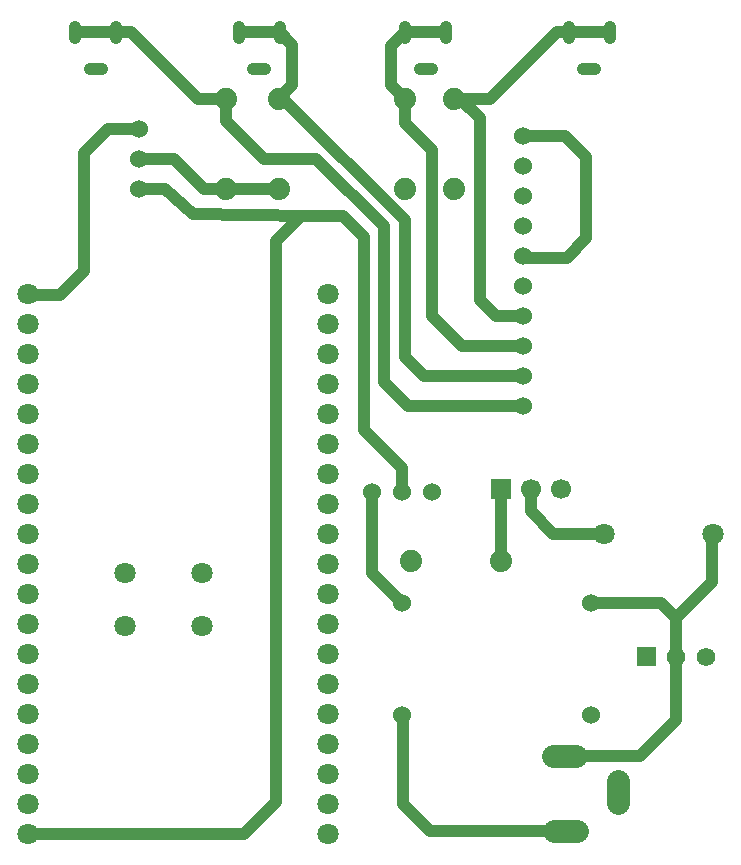
<source format=gtl>
G04 Layer: TopLayer*
G04 EasyEDA v6.4.19.5, 2021-06-22T13:22:06+02:00*
G04 8d010e87a7914041b3697a5a1e0c44dd,1767a0bbb58a490299b52c1c45d7117c,10*
G04 Gerber Generator version 0.2*
G04 Scale: 100 percent, Rotated: No, Reflected: No *
G04 Dimensions in millimeters *
G04 leading zeros omitted , absolute positions ,4 integer and 5 decimal *
%FSLAX45Y45*%
%MOMM*%

%ADD11C,1.0000*%
%ADD12C,1.5240*%
%ADD13C,1.8796*%
%ADD15C,1.7000*%
%ADD16C,1.5748*%
%ADD18C,1.8000*%
%ADD19C,1.9050*%

%LPD*%
D11*
X3901693Y-581660D02*
G01*
X3784600Y-698500D01*
X3784600Y-1028700D01*
X3898900Y-1143000D01*
X2842006Y-581660D02*
G01*
X2946400Y-685800D01*
X2946400Y-1028700D01*
X2832100Y-1143000D01*
X3873500Y-4470400D02*
G01*
X3873500Y-4267200D01*
X3556000Y-3949700D01*
X3556000Y-2311400D01*
X3378200Y-2133600D01*
X3022600Y-2133600D01*
X2806700Y-2349500D01*
X2806700Y-7099300D01*
X2540000Y-7366000D01*
X711200Y-7366000D01*
X1651000Y-1905000D02*
G01*
X1866900Y-1905000D01*
X2108200Y-2120900D01*
X3082759Y-2133600D01*
X2387600Y-1905000D02*
G01*
X2197100Y-1905000D01*
X1943100Y-1651000D01*
X1651000Y-1651000D01*
X1651000Y-1397000D02*
G01*
X1384300Y-1397000D01*
X1181100Y-1600200D01*
X1181100Y-2603500D01*
X977900Y-2806700D01*
X723900Y-2806700D01*
X711200Y-2794000D01*
X2387600Y-1905000D02*
G01*
X2832100Y-1905000D01*
X3898900Y-1143000D02*
G01*
X3898900Y-1346200D01*
X4127500Y-1574800D01*
X4127500Y-2984500D01*
X4381500Y-3238500D01*
X4902200Y-3238500D01*
X2832100Y-1143000D02*
G01*
X2870200Y-1143000D01*
X3898900Y-2171700D01*
X3898900Y-3327400D01*
X4064000Y-3492500D01*
X4902200Y-3492500D01*
X2387600Y-1143000D02*
G01*
X2387600Y-1333500D01*
X2705100Y-1651000D01*
X3149600Y-1651000D01*
X3721100Y-2222500D01*
X3721100Y-3543300D01*
X3924300Y-3746500D01*
X4902200Y-3746500D01*
X4318000Y-1143000D02*
G01*
X4368800Y-1143000D01*
X4533900Y-1308100D01*
X4533900Y-2844800D01*
X4673600Y-2984500D01*
X4902200Y-2984500D01*
X1457705Y-581609D02*
G01*
X1584909Y-581609D01*
X2146300Y-1143000D01*
X2387600Y-1143000D01*
X1107694Y-581609D02*
G01*
X1457705Y-581609D01*
X2491993Y-581609D02*
G01*
X2842006Y-581609D01*
X4251706Y-581609D02*
G01*
X3901693Y-581609D01*
X5285993Y-581614D02*
G01*
X5184185Y-581614D01*
X4622800Y-1143000D01*
X4318000Y-1143000D01*
X5636006Y-581614D02*
G01*
X5285993Y-581614D01*
X4902200Y-1460500D02*
G01*
X5257800Y-1460500D01*
X5435600Y-1638300D01*
X5435600Y-2324100D01*
X5270500Y-2489200D01*
X4914900Y-2489200D01*
X4902200Y-2476500D01*
X4965700Y-4445000D02*
G01*
X4965700Y-4635500D01*
X5156200Y-4826000D01*
X5585206Y-4826000D01*
X5257800Y-7340600D02*
G01*
X4114800Y-7340600D01*
X3886200Y-7112000D01*
X3886200Y-6388100D01*
X4711700Y-4445000D02*
G01*
X4711700Y-5054600D01*
X5251450Y-6710679D02*
G01*
X5887720Y-6710679D01*
X6197600Y-6400800D01*
X6197600Y-5867400D01*
X6197600Y-5867400D02*
G01*
X6197600Y-5537200D01*
X6502400Y-5232400D01*
X6502400Y-4828794D01*
X6505193Y-4826000D01*
X5473700Y-5410200D02*
G01*
X6070600Y-5410200D01*
X6197600Y-5537200D01*
X3873754Y-5410200D02*
G01*
X3619500Y-5156200D01*
X3619500Y-4470400D01*
D12*
G01*
X1651000Y-1397000D03*
G01*
X1651000Y-1651000D03*
G01*
X1651000Y-1905000D03*
D13*
G01*
X4318000Y-1905000D03*
G01*
X4318000Y-1143000D03*
D12*
G01*
X3619500Y-4470400D03*
G01*
X3873500Y-4470400D03*
G01*
X4127500Y-4470400D03*
G36*
X4626711Y-4360011D02*
G01*
X4796688Y-4360011D01*
X4796688Y-4529988D01*
X4626711Y-4529988D01*
G37*
D15*
G01*
X4965700Y-4445000D03*
G01*
X5219700Y-4445000D03*
D13*
G01*
X2387600Y-1905000D03*
G01*
X2387600Y-1143000D03*
G01*
X2832100Y-1143000D03*
G01*
X2832100Y-1905000D03*
G01*
X3898900Y-1905000D03*
G01*
X3898900Y-1143000D03*
G01*
X3949700Y-5054600D03*
G01*
X4711700Y-5054600D03*
D16*
G01*
X6451600Y-5867400D03*
G01*
X6197600Y-5867400D03*
G36*
X5864859Y-5788660D02*
G01*
X6022340Y-5788660D01*
X6022340Y-5946139D01*
X5864859Y-5946139D01*
G37*
D12*
G01*
X5473700Y-5410200D03*
G01*
X5473700Y-6360160D03*
G01*
X3873754Y-5410200D03*
G01*
X3873754Y-6360160D03*
D18*
G01*
X6505193Y-4826000D03*
G01*
X5585206Y-4826000D03*
G01*
X711200Y-2794000D03*
G01*
X711200Y-3048000D03*
G01*
X711200Y-3302000D03*
G01*
X711200Y-3556000D03*
G01*
X711200Y-3810000D03*
G01*
X711200Y-4064000D03*
G01*
X711200Y-4318000D03*
G01*
X711200Y-4572000D03*
G01*
X711200Y-4826000D03*
G01*
X711200Y-5080000D03*
G01*
X711200Y-5334000D03*
G01*
X711200Y-5588000D03*
G01*
X711200Y-5842000D03*
G01*
X711200Y-6096000D03*
G01*
X711200Y-6350000D03*
G01*
X711200Y-6604000D03*
G01*
X711200Y-6858000D03*
G01*
X711200Y-7112000D03*
G01*
X711200Y-7366000D03*
G01*
X3251200Y-7366000D03*
G01*
X3251200Y-7112000D03*
G01*
X3251200Y-6858000D03*
G01*
X3251200Y-6604000D03*
G01*
X3251200Y-6350000D03*
G01*
X3251200Y-6096000D03*
G01*
X3251200Y-5842000D03*
G01*
X3251200Y-5588000D03*
G01*
X3251200Y-5334000D03*
G01*
X3251200Y-5080000D03*
G01*
X3251200Y-4826000D03*
G01*
X3251200Y-4572000D03*
G01*
X3251200Y-4318000D03*
G01*
X3251200Y-4064000D03*
G01*
X3251200Y-3810000D03*
G01*
X3251200Y-3556000D03*
G01*
X3251200Y-3302000D03*
G01*
X3251200Y-3048000D03*
G01*
X3251200Y-2794000D03*
G01*
X2179320Y-5159755D03*
G01*
X2179320Y-5609844D03*
G01*
X1529079Y-5159755D03*
G01*
X1529079Y-5609844D03*
D12*
G01*
X4902200Y-2476500D03*
G01*
X4902200Y-2222500D03*
G01*
X4902200Y-1968500D03*
G01*
X4902200Y-1714500D03*
G01*
X4902200Y-1460500D03*
G01*
X4902200Y-2730500D03*
G01*
X4902200Y-2984500D03*
G01*
X4902200Y-3238500D03*
G01*
X4902200Y-3746500D03*
G01*
X4902200Y-3492500D03*
D11*
X5411000Y-891590D02*
G01*
X5510999Y-891590D01*
X5636006Y-631609D02*
G01*
X5636006Y-531609D01*
X5285993Y-631609D02*
G01*
X5285993Y-531609D01*
X4026700Y-891590D02*
G01*
X4126699Y-891590D01*
X4251706Y-631609D02*
G01*
X4251706Y-531609D01*
X3901693Y-631609D02*
G01*
X3901693Y-531609D01*
X2617000Y-891590D02*
G01*
X2716999Y-891590D01*
X2842006Y-631609D02*
G01*
X2842006Y-531609D01*
X2491993Y-631609D02*
G01*
X2491993Y-531609D01*
X1232700Y-891590D02*
G01*
X1332699Y-891590D01*
X1457705Y-631609D02*
G01*
X1457705Y-531609D01*
X1107694Y-631609D02*
G01*
X1107694Y-531609D01*
D19*
X5702300Y-7105650D02*
G01*
X5702300Y-6915150D01*
X5162550Y-7340600D02*
G01*
X5353050Y-7340600D01*
X5156200Y-6710679D02*
G01*
X5346700Y-6710679D01*
M02*

</source>
